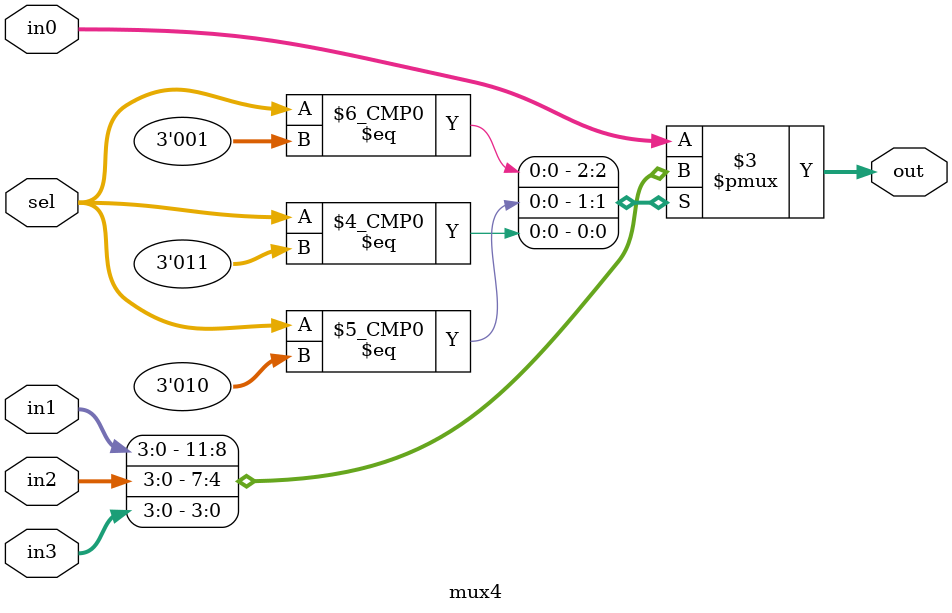
<source format=sv>
module top_module (
	input [1023:0] in,
	input [7:0] sel,
	output [3:0] out
);

wire [255:0] sel_in [7:0];
wire [3:0] sel_out [7:0];

// Split the input into 256 4-bit vectors
generate
    genvar i;
    for(i=0;i<256;i=i+1) begin : VECTOR_SPLIT
        assign sel_in[i] = in[i*4 +: 4];
    end
endgenerate

// Use the multiplexer to select the output
generate
    genvar i;
    for(i=0;i<256;i=i+1) begin : MUX_SELECT
        mux4 #(4) mux (
            .in0(sel_in[i][0]),
            .in1(sel_in[i][1]),
            .in2(sel_in[i][2]),
            .in3(sel_in[i][3]),
            .sel(sel[2:0]),
            .out(sel_out[i])
        );
    end
endgenerate

// Concatenate the selected outputs
assign out = {sel_out[7], sel_out[6], sel_out[5], sel_out[4], sel_out[3], sel_out[2], sel_out[1], sel_out[0]};

endmodule
module mux4 #(parameter WIDTH=4) (
    input [WIDTH-1:0] in0,
    input [WIDTH-1:0] in1,
    input [WIDTH-1:0] in2,
    input [WIDTH-1:0] in3,
    input [2:0] sel,
    output reg [WIDTH-1:0] out
);
always @* begin
    case(sel)
        3'b000: out = in0;
        3'b001: out = in1;
        3'b010: out = in2;
        3'b011: out = in3;
        default: out = in0;
    endcase
end

endmodule

</source>
